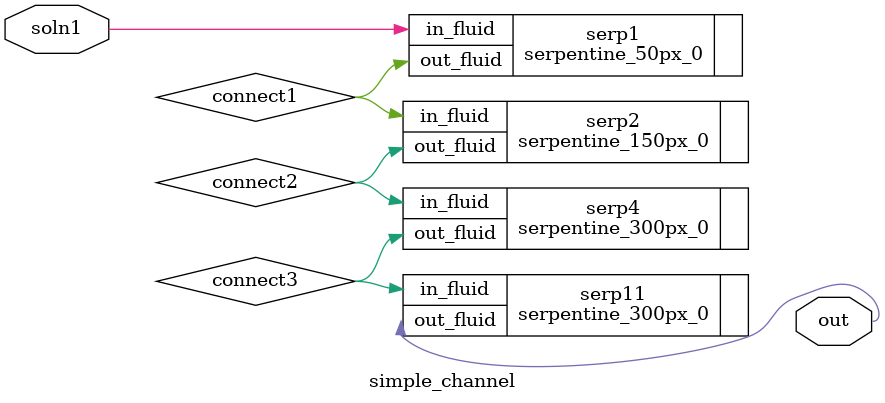
<source format=v>
module simple_channel (
    soln1,
    //soln2,
    //soln3,
    out
);

input   soln1; 
//, soln2, soln3;
output  out;

// connect0,  

wire    connect1,  connect2,  connect3;
//,  connect4,  connect5,  connect6,  connect7;
//,  connect8,  connect9,
//        connect10, connect11, connect12;

// serpentine_25px_0   serp0   (.in_fluid(soln1), .out_fluid(connect0));

serpentine_50px_0   serp1   (.in_fluid(soln1), .out_fluid(connect1));
serpentine_150px_0  serp2   (.in_fluid(connect1), .out_fluid(connect2));

//diffmix_25px_0      mix0    (.a_fluid(soln1), .b_fluid(connect2), .out_fluid(connect3));

//serpentine_300px_0  serp3   (.in_fluid(soln3), .out_fluid(connect4));
serpentine_300px_0  serp4   (.in_fluid(connect2), .out_fluid(connect3));
//serpentine_300px_0  serp5   (.in_fluid(connect3), .out_fluid(connect4));
//serpentine_300px_0  serp6   (.in_fluid(connect4), .out_fluid(connect5));
// serpentine_300px_0  serp7   (.in_fluid(connect8), .out_fluid(connect9));
// serpentine_300px_0  serp8   (.in_fluid(connect9), .out_fluid(connect10));
// serpentine_300px_0  serp9   (.in_fluid(connect10), .out_fluid(connect11));
// serpentine_300px_0  serp10  (.in_fluid(connect11), .out_fluid(connect12));

//diffmix_25px_0      mix1    (.a_fluid(connect3), .b_fluid(connect6), .out_fluid(connect7));

serpentine_300px_0  serp11  (.in_fluid(connect3), .out_fluid(out));

endmodule

</source>
